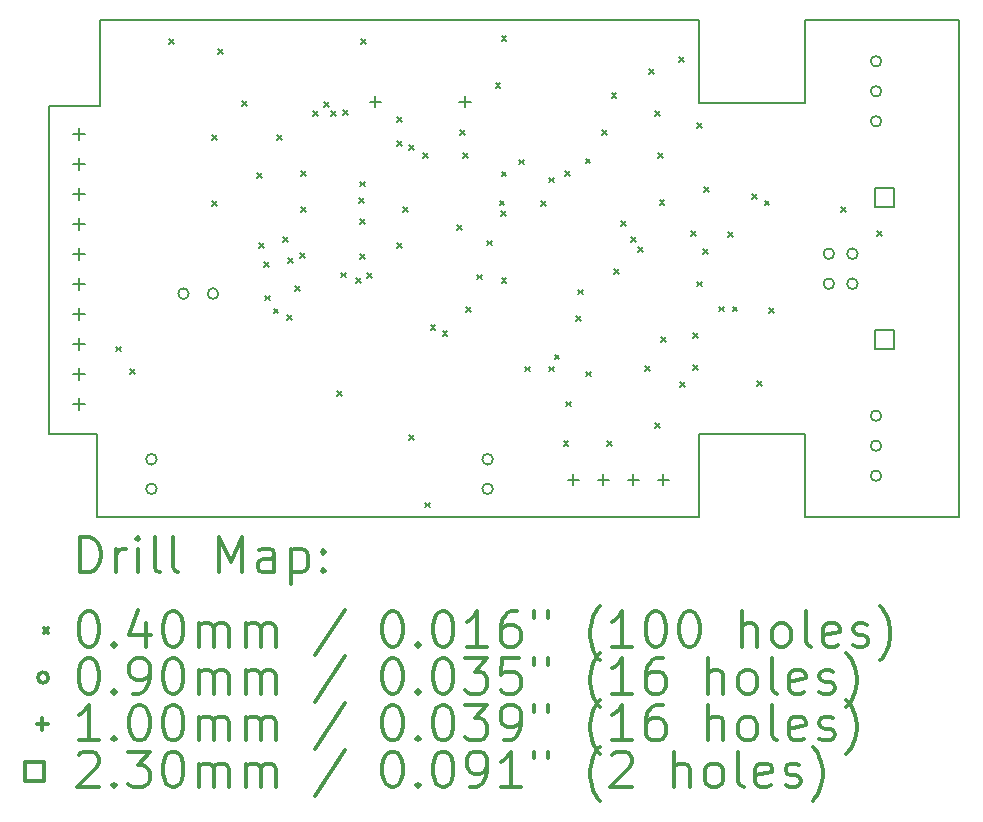
<source format=gbr>
%FSLAX45Y45*%
G04 Gerber Fmt 4.5, Leading zero omitted, Abs format (unit mm)*
G04 Created by KiCad (PCBNEW 4.0.7-e2-6376~58~ubuntu16.04.1) date Thu Dec  7 11:47:21 2017*
%MOMM*%
%LPD*%
G01*
G04 APERTURE LIST*
%ADD10C,0.127000*%
%ADD11C,0.150000*%
%ADD12C,0.200000*%
%ADD13C,0.300000*%
G04 APERTURE END LIST*
D10*
D11*
X17100000Y-8700000D02*
X17100000Y-8000000D01*
X16200000Y-8700000D02*
X17100000Y-8700000D01*
X16200000Y-8000000D02*
X16200000Y-8700000D01*
X17100000Y-11500000D02*
X17100000Y-12200000D01*
X16200000Y-11500000D02*
X17100000Y-11500000D01*
X16200000Y-12200000D02*
X16200000Y-11500000D01*
X11100000Y-11500000D02*
X11100000Y-12200000D01*
X10700000Y-11500000D02*
X11100000Y-11500000D01*
X11130000Y-8720000D02*
X10700000Y-8720000D01*
X11130000Y-8000000D02*
X11130000Y-8720000D01*
X17100000Y-8000000D02*
X18400000Y-8000000D01*
X16200000Y-12200000D02*
X11100000Y-12200000D01*
X10700000Y-11500000D02*
X10700000Y-8720000D01*
X18400000Y-12200000D02*
X17100000Y-12200000D01*
X18400000Y-8000000D02*
X18400000Y-12200000D01*
X11130000Y-8000000D02*
X16200000Y-8000000D01*
D12*
X11263251Y-10760948D02*
X11303251Y-10800948D01*
X11303251Y-10760948D02*
X11263251Y-10800948D01*
X11387601Y-10950112D02*
X11427601Y-10990112D01*
X11427601Y-10950112D02*
X11387601Y-10990112D01*
X11714800Y-8158800D02*
X11754800Y-8198800D01*
X11754800Y-8158800D02*
X11714800Y-8198800D01*
X12077100Y-8971600D02*
X12117100Y-9011600D01*
X12117100Y-8971600D02*
X12077100Y-9011600D01*
X12077100Y-9530400D02*
X12117100Y-9570400D01*
X12117100Y-9530400D02*
X12077100Y-9570400D01*
X12131290Y-8243845D02*
X12171290Y-8283845D01*
X12171290Y-8243845D02*
X12131290Y-8283845D01*
X12330000Y-8680000D02*
X12370000Y-8720000D01*
X12370000Y-8680000D02*
X12330000Y-8720000D01*
X12461541Y-9291659D02*
X12501541Y-9331659D01*
X12501541Y-9291659D02*
X12461541Y-9331659D01*
X12476800Y-9886000D02*
X12516800Y-9926000D01*
X12516800Y-9886000D02*
X12476800Y-9926000D01*
X12517386Y-10047883D02*
X12557386Y-10087883D01*
X12557386Y-10047883D02*
X12517386Y-10087883D01*
X12530252Y-10329881D02*
X12570252Y-10369881D01*
X12570252Y-10329881D02*
X12530252Y-10369881D01*
X12599019Y-10440851D02*
X12639019Y-10480851D01*
X12639019Y-10440851D02*
X12599019Y-10480851D01*
X12629200Y-8971600D02*
X12669200Y-9011600D01*
X12669200Y-8971600D02*
X12629200Y-9011600D01*
X12680000Y-9835200D02*
X12720000Y-9875200D01*
X12720000Y-9835200D02*
X12680000Y-9875200D01*
X12714869Y-10492823D02*
X12754869Y-10532823D01*
X12754869Y-10492823D02*
X12714869Y-10532823D01*
X12724974Y-10011652D02*
X12764974Y-10051652D01*
X12764974Y-10011652D02*
X12724974Y-10051652D01*
X12781600Y-10247557D02*
X12821600Y-10287557D01*
X12821600Y-10247557D02*
X12781600Y-10287557D01*
X12825882Y-9969701D02*
X12865882Y-10009701D01*
X12865882Y-9969701D02*
X12825882Y-10009701D01*
X12832400Y-9276400D02*
X12872400Y-9316400D01*
X12872400Y-9276400D02*
X12832400Y-9316400D01*
X12832400Y-9581200D02*
X12872400Y-9621200D01*
X12872400Y-9581200D02*
X12832400Y-9621200D01*
X12934000Y-8768400D02*
X12974000Y-8808400D01*
X12974000Y-8768400D02*
X12934000Y-8808400D01*
X13030000Y-8688500D02*
X13070000Y-8728500D01*
X13070000Y-8688500D02*
X13030000Y-8728500D01*
X13086400Y-8768400D02*
X13126400Y-8808400D01*
X13126400Y-8768400D02*
X13086400Y-8808400D01*
X13137200Y-11138600D02*
X13177200Y-11178600D01*
X13177200Y-11138600D02*
X13137200Y-11178600D01*
X13168742Y-10135159D02*
X13208742Y-10175159D01*
X13208742Y-10135159D02*
X13168742Y-10175159D01*
X13190540Y-8761288D02*
X13230540Y-8801288D01*
X13230540Y-8761288D02*
X13190540Y-8801288D01*
X13297650Y-10182750D02*
X13337650Y-10222750D01*
X13337650Y-10182750D02*
X13297650Y-10222750D01*
X13323920Y-9503110D02*
X13363920Y-9543110D01*
X13363920Y-9503110D02*
X13323920Y-9543110D01*
X13330000Y-9680000D02*
X13370000Y-9720000D01*
X13370000Y-9680000D02*
X13330000Y-9720000D01*
X13332493Y-9363594D02*
X13372493Y-9403594D01*
X13372493Y-9363594D02*
X13332493Y-9403594D01*
X13333451Y-9978286D02*
X13373451Y-10018286D01*
X13373451Y-9978286D02*
X13333451Y-10018286D01*
X13340400Y-8158800D02*
X13380400Y-8198800D01*
X13380400Y-8158800D02*
X13340400Y-8198800D01*
X13391200Y-10140000D02*
X13431200Y-10180000D01*
X13431200Y-10140000D02*
X13391200Y-10180000D01*
X13645200Y-8819200D02*
X13685200Y-8859200D01*
X13685200Y-8819200D02*
X13645200Y-8859200D01*
X13645200Y-9022400D02*
X13685200Y-9062400D01*
X13685200Y-9022400D02*
X13645200Y-9062400D01*
X13645200Y-9886100D02*
X13685200Y-9926100D01*
X13685200Y-9886100D02*
X13645200Y-9926100D01*
X13696000Y-9581100D02*
X13736000Y-9621100D01*
X13736000Y-9581100D02*
X13696000Y-9621100D01*
X13746800Y-11511600D02*
X13786800Y-11551600D01*
X13786800Y-11511600D02*
X13746800Y-11551600D01*
X13747175Y-9052919D02*
X13787175Y-9092919D01*
X13787175Y-9052919D02*
X13747175Y-9092919D01*
X13864248Y-9124723D02*
X13904248Y-9164723D01*
X13904248Y-9124723D02*
X13864248Y-9164723D01*
X13880454Y-12082018D02*
X13920454Y-12122018D01*
X13920454Y-12082018D02*
X13880454Y-12122018D01*
X13929377Y-10580610D02*
X13969377Y-10620610D01*
X13969377Y-10580610D02*
X13929377Y-10620610D01*
X14030000Y-10630000D02*
X14070000Y-10670000D01*
X14070000Y-10630000D02*
X14030000Y-10670000D01*
X14153200Y-9733600D02*
X14193200Y-9773600D01*
X14193200Y-9733600D02*
X14153200Y-9773600D01*
X14180000Y-8930000D02*
X14220000Y-8970000D01*
X14220000Y-8930000D02*
X14180000Y-8970000D01*
X14204000Y-9123999D02*
X14244000Y-9163999D01*
X14244000Y-9123999D02*
X14204000Y-9163999D01*
X14230000Y-10430000D02*
X14270000Y-10470000D01*
X14270000Y-10430000D02*
X14230000Y-10470000D01*
X14321735Y-10151792D02*
X14361735Y-10191792D01*
X14361735Y-10151792D02*
X14321735Y-10191792D01*
X14410048Y-9863329D02*
X14450048Y-9903329D01*
X14450048Y-9863329D02*
X14410048Y-9903329D01*
X14480000Y-8530000D02*
X14520000Y-8570000D01*
X14520000Y-8530000D02*
X14480000Y-8570000D01*
X14512708Y-9526492D02*
X14552708Y-9566492D01*
X14552708Y-9526492D02*
X14512708Y-9566492D01*
X14528152Y-9612648D02*
X14568152Y-9652648D01*
X14568152Y-9612648D02*
X14528152Y-9652648D01*
X14530000Y-8130000D02*
X14570000Y-8170000D01*
X14570000Y-8130000D02*
X14530000Y-8170000D01*
X14530000Y-10180000D02*
X14570000Y-10220000D01*
X14570000Y-10180000D02*
X14530000Y-10220000D01*
X14530046Y-9280024D02*
X14570046Y-9320024D01*
X14570046Y-9280024D02*
X14530046Y-9320024D01*
X14680211Y-9179366D02*
X14720211Y-9219366D01*
X14720211Y-9179366D02*
X14680211Y-9219366D01*
X14730075Y-10930001D02*
X14770075Y-10970001D01*
X14770075Y-10930001D02*
X14730075Y-10970001D01*
X14864400Y-9530400D02*
X14904400Y-9570400D01*
X14904400Y-9530400D02*
X14864400Y-9570400D01*
X14930000Y-9330000D02*
X14970000Y-9370000D01*
X14970000Y-9330000D02*
X14930000Y-9370000D01*
X14930101Y-10930545D02*
X14970101Y-10970545D01*
X14970101Y-10930545D02*
X14930101Y-10970545D01*
X14980000Y-10830000D02*
X15020000Y-10870000D01*
X15020000Y-10830000D02*
X14980000Y-10870000D01*
X15054615Y-11562616D02*
X15094615Y-11602616D01*
X15094615Y-11562616D02*
X15054615Y-11602616D01*
X15067600Y-9276400D02*
X15107600Y-9316400D01*
X15107600Y-9276400D02*
X15067600Y-9316400D01*
X15079279Y-11227028D02*
X15119279Y-11267028D01*
X15119279Y-11227028D02*
X15079279Y-11267028D01*
X15163493Y-10502839D02*
X15203493Y-10542839D01*
X15203493Y-10502839D02*
X15163493Y-10542839D01*
X15180000Y-10280000D02*
X15220000Y-10320000D01*
X15220000Y-10280000D02*
X15180000Y-10320000D01*
X15240369Y-9170719D02*
X15280369Y-9210719D01*
X15280369Y-9170719D02*
X15240369Y-9210719D01*
X15246024Y-10973823D02*
X15286024Y-11013823D01*
X15286024Y-10973823D02*
X15246024Y-11013823D01*
X15380000Y-8930000D02*
X15420000Y-8970000D01*
X15420000Y-8930000D02*
X15380000Y-8970000D01*
X15421405Y-11559930D02*
X15461405Y-11599930D01*
X15461405Y-11559930D02*
X15421405Y-11599930D01*
X15462500Y-8616000D02*
X15502500Y-8656000D01*
X15502500Y-8616000D02*
X15462500Y-8656000D01*
X15480046Y-10103446D02*
X15520046Y-10143446D01*
X15520046Y-10103446D02*
X15480046Y-10143446D01*
X15539915Y-9700133D02*
X15579915Y-9740133D01*
X15579915Y-9700133D02*
X15539915Y-9740133D01*
X15626400Y-9835200D02*
X15666400Y-9875200D01*
X15666400Y-9835200D02*
X15626400Y-9875200D01*
X15685425Y-9920399D02*
X15725425Y-9960399D01*
X15725425Y-9920399D02*
X15685425Y-9960399D01*
X15746338Y-10928926D02*
X15786338Y-10968926D01*
X15786338Y-10928926D02*
X15746338Y-10968926D01*
X15778800Y-8412800D02*
X15818800Y-8452800D01*
X15818800Y-8412800D02*
X15778800Y-8452800D01*
X15829600Y-8768400D02*
X15869600Y-8808400D01*
X15869600Y-8768400D02*
X15829600Y-8808400D01*
X15829600Y-11410000D02*
X15869600Y-11450000D01*
X15869600Y-11410000D02*
X15829600Y-11450000D01*
X15856000Y-9124000D02*
X15896000Y-9164000D01*
X15896000Y-9124000D02*
X15856000Y-9164000D01*
X15868677Y-9518677D02*
X15908677Y-9558677D01*
X15908677Y-9518677D02*
X15868677Y-9558677D01*
X15880000Y-10680000D02*
X15920000Y-10720000D01*
X15920000Y-10680000D02*
X15880000Y-10720000D01*
X16032800Y-8311200D02*
X16072800Y-8351200D01*
X16072800Y-8311200D02*
X16032800Y-8351200D01*
X16038809Y-11060409D02*
X16078809Y-11100409D01*
X16078809Y-11060409D02*
X16038809Y-11100409D01*
X16134400Y-9784400D02*
X16174400Y-9824400D01*
X16174400Y-9784400D02*
X16134400Y-9824400D01*
X16148781Y-10916150D02*
X16188781Y-10956150D01*
X16188781Y-10916150D02*
X16148781Y-10956150D01*
X16150559Y-10650146D02*
X16190559Y-10690146D01*
X16190559Y-10650146D02*
X16150559Y-10690146D01*
X16185200Y-8870000D02*
X16225200Y-8910000D01*
X16225200Y-8870000D02*
X16185200Y-8910000D01*
X16185200Y-10211081D02*
X16225200Y-10251081D01*
X16225200Y-10211081D02*
X16185200Y-10251081D01*
X16236000Y-9936800D02*
X16276000Y-9976800D01*
X16276000Y-9936800D02*
X16236000Y-9976800D01*
X16245506Y-9412181D02*
X16285506Y-9452181D01*
X16285506Y-9412181D02*
X16245506Y-9452181D01*
X16370906Y-10424004D02*
X16410906Y-10464004D01*
X16410906Y-10424004D02*
X16370906Y-10464004D01*
X16449305Y-9792837D02*
X16489305Y-9832837D01*
X16489305Y-9792837D02*
X16449305Y-9832837D01*
X16486537Y-10423115D02*
X16526537Y-10463115D01*
X16526537Y-10423115D02*
X16486537Y-10463115D01*
X16652882Y-9470951D02*
X16692882Y-9510951D01*
X16692882Y-9470951D02*
X16652882Y-9510951D01*
X16693200Y-11054400D02*
X16733200Y-11094400D01*
X16733200Y-11054400D02*
X16693200Y-11094400D01*
X16755844Y-9526300D02*
X16795845Y-9566300D01*
X16795845Y-9526300D02*
X16755844Y-9566300D01*
X16794800Y-10438100D02*
X16834800Y-10478100D01*
X16834800Y-10438100D02*
X16794800Y-10478100D01*
X17404400Y-9581200D02*
X17444400Y-9621200D01*
X17444400Y-9581200D02*
X17404400Y-9621200D01*
X17709200Y-9784400D02*
X17749200Y-9824400D01*
X17749200Y-9784400D02*
X17709200Y-9824400D01*
X11609800Y-11715200D02*
G75*
G03X11609800Y-11715200I-45000J0D01*
G01*
X11609800Y-11965200D02*
G75*
G03X11609800Y-11965200I-45000J0D01*
G01*
X11881400Y-10312400D02*
G75*
G03X11881400Y-10312400I-45000J0D01*
G01*
X12131400Y-10312400D02*
G75*
G03X12131400Y-10312400I-45000J0D01*
G01*
X14456200Y-11715200D02*
G75*
G03X14456200Y-11715200I-45000J0D01*
G01*
X14456200Y-11965200D02*
G75*
G03X14456200Y-11965200I-45000J0D01*
G01*
X17345000Y-9975000D02*
G75*
G03X17345000Y-9975000I-45000J0D01*
G01*
X17345000Y-10229000D02*
G75*
G03X17345000Y-10229000I-45000J0D01*
G01*
X17545000Y-9975000D02*
G75*
G03X17545000Y-9975000I-45000J0D01*
G01*
X17545000Y-10229000D02*
G75*
G03X17545000Y-10229000I-45000J0D01*
G01*
X17745000Y-8346000D02*
G75*
G03X17745000Y-8346000I-45000J0D01*
G01*
X17745000Y-8600000D02*
G75*
G03X17745000Y-8600000I-45000J0D01*
G01*
X17745000Y-8854000D02*
G75*
G03X17745000Y-8854000I-45000J0D01*
G01*
X17745000Y-11346000D02*
G75*
G03X17745000Y-11346000I-45000J0D01*
G01*
X17745000Y-11600000D02*
G75*
G03X17745000Y-11600000I-45000J0D01*
G01*
X17745000Y-11854000D02*
G75*
G03X17745000Y-11854000I-45000J0D01*
G01*
X10950000Y-8910000D02*
X10950000Y-9010000D01*
X10900000Y-8960000D02*
X11000000Y-8960000D01*
X10950000Y-9164000D02*
X10950000Y-9264000D01*
X10900000Y-9214000D02*
X11000000Y-9214000D01*
X10950000Y-9418000D02*
X10950000Y-9518000D01*
X10900000Y-9468000D02*
X11000000Y-9468000D01*
X10950000Y-9672000D02*
X10950000Y-9772000D01*
X10900000Y-9722000D02*
X11000000Y-9722000D01*
X10950000Y-9926000D02*
X10950000Y-10026000D01*
X10900000Y-9976000D02*
X11000000Y-9976000D01*
X10950000Y-10180000D02*
X10950000Y-10280000D01*
X10900000Y-10230000D02*
X11000000Y-10230000D01*
X10950000Y-10434000D02*
X10950000Y-10534000D01*
X10900000Y-10484000D02*
X11000000Y-10484000D01*
X10950000Y-10688000D02*
X10950000Y-10788000D01*
X10900000Y-10738000D02*
X11000000Y-10738000D01*
X10950000Y-10942000D02*
X10950000Y-11042000D01*
X10900000Y-10992000D02*
X11000000Y-10992000D01*
X10950000Y-11196000D02*
X10950000Y-11296000D01*
X10900000Y-11246000D02*
X11000000Y-11246000D01*
X13462000Y-8636800D02*
X13462000Y-8736800D01*
X13412000Y-8686800D02*
X13512000Y-8686800D01*
X14222000Y-8636800D02*
X14222000Y-8736800D01*
X14172000Y-8686800D02*
X14272000Y-8686800D01*
X15138400Y-11837200D02*
X15138400Y-11937200D01*
X15088400Y-11887200D02*
X15188400Y-11887200D01*
X15392400Y-11837200D02*
X15392400Y-11937200D01*
X15342400Y-11887200D02*
X15442400Y-11887200D01*
X15646400Y-11837200D02*
X15646400Y-11937200D01*
X15596400Y-11887200D02*
X15696400Y-11887200D01*
X15900400Y-11837200D02*
X15900400Y-11937200D01*
X15850400Y-11887200D02*
X15950400Y-11887200D01*
X17851318Y-9583318D02*
X17851318Y-9420682D01*
X17688682Y-9420682D01*
X17688682Y-9583318D01*
X17851318Y-9583318D01*
X17851318Y-10783318D02*
X17851318Y-10620682D01*
X17688682Y-10620682D01*
X17688682Y-10783318D01*
X17851318Y-10783318D01*
D13*
X10963929Y-12673214D02*
X10963929Y-12373214D01*
X11035357Y-12373214D01*
X11078214Y-12387500D01*
X11106786Y-12416071D01*
X11121071Y-12444643D01*
X11135357Y-12501786D01*
X11135357Y-12544643D01*
X11121071Y-12601786D01*
X11106786Y-12630357D01*
X11078214Y-12658929D01*
X11035357Y-12673214D01*
X10963929Y-12673214D01*
X11263928Y-12673214D02*
X11263928Y-12473214D01*
X11263928Y-12530357D02*
X11278214Y-12501786D01*
X11292500Y-12487500D01*
X11321071Y-12473214D01*
X11349643Y-12473214D01*
X11449643Y-12673214D02*
X11449643Y-12473214D01*
X11449643Y-12373214D02*
X11435357Y-12387500D01*
X11449643Y-12401786D01*
X11463928Y-12387500D01*
X11449643Y-12373214D01*
X11449643Y-12401786D01*
X11635357Y-12673214D02*
X11606786Y-12658929D01*
X11592500Y-12630357D01*
X11592500Y-12373214D01*
X11792500Y-12673214D02*
X11763928Y-12658929D01*
X11749643Y-12630357D01*
X11749643Y-12373214D01*
X12135357Y-12673214D02*
X12135357Y-12373214D01*
X12235357Y-12587500D01*
X12335357Y-12373214D01*
X12335357Y-12673214D01*
X12606786Y-12673214D02*
X12606786Y-12516071D01*
X12592500Y-12487500D01*
X12563928Y-12473214D01*
X12506786Y-12473214D01*
X12478214Y-12487500D01*
X12606786Y-12658929D02*
X12578214Y-12673214D01*
X12506786Y-12673214D01*
X12478214Y-12658929D01*
X12463928Y-12630357D01*
X12463928Y-12601786D01*
X12478214Y-12573214D01*
X12506786Y-12558929D01*
X12578214Y-12558929D01*
X12606786Y-12544643D01*
X12749643Y-12473214D02*
X12749643Y-12773214D01*
X12749643Y-12487500D02*
X12778214Y-12473214D01*
X12835357Y-12473214D01*
X12863928Y-12487500D01*
X12878214Y-12501786D01*
X12892500Y-12530357D01*
X12892500Y-12616071D01*
X12878214Y-12644643D01*
X12863928Y-12658929D01*
X12835357Y-12673214D01*
X12778214Y-12673214D01*
X12749643Y-12658929D01*
X13021071Y-12644643D02*
X13035357Y-12658929D01*
X13021071Y-12673214D01*
X13006786Y-12658929D01*
X13021071Y-12644643D01*
X13021071Y-12673214D01*
X13021071Y-12487500D02*
X13035357Y-12501786D01*
X13021071Y-12516071D01*
X13006786Y-12501786D01*
X13021071Y-12487500D01*
X13021071Y-12516071D01*
X10652500Y-13147500D02*
X10692500Y-13187500D01*
X10692500Y-13147500D02*
X10652500Y-13187500D01*
X11021071Y-13003214D02*
X11049643Y-13003214D01*
X11078214Y-13017500D01*
X11092500Y-13031786D01*
X11106786Y-13060357D01*
X11121071Y-13117500D01*
X11121071Y-13188929D01*
X11106786Y-13246071D01*
X11092500Y-13274643D01*
X11078214Y-13288929D01*
X11049643Y-13303214D01*
X11021071Y-13303214D01*
X10992500Y-13288929D01*
X10978214Y-13274643D01*
X10963929Y-13246071D01*
X10949643Y-13188929D01*
X10949643Y-13117500D01*
X10963929Y-13060357D01*
X10978214Y-13031786D01*
X10992500Y-13017500D01*
X11021071Y-13003214D01*
X11249643Y-13274643D02*
X11263928Y-13288929D01*
X11249643Y-13303214D01*
X11235357Y-13288929D01*
X11249643Y-13274643D01*
X11249643Y-13303214D01*
X11521071Y-13103214D02*
X11521071Y-13303214D01*
X11449643Y-12988929D02*
X11378214Y-13203214D01*
X11563928Y-13203214D01*
X11735357Y-13003214D02*
X11763928Y-13003214D01*
X11792500Y-13017500D01*
X11806786Y-13031786D01*
X11821071Y-13060357D01*
X11835357Y-13117500D01*
X11835357Y-13188929D01*
X11821071Y-13246071D01*
X11806786Y-13274643D01*
X11792500Y-13288929D01*
X11763928Y-13303214D01*
X11735357Y-13303214D01*
X11706786Y-13288929D01*
X11692500Y-13274643D01*
X11678214Y-13246071D01*
X11663928Y-13188929D01*
X11663928Y-13117500D01*
X11678214Y-13060357D01*
X11692500Y-13031786D01*
X11706786Y-13017500D01*
X11735357Y-13003214D01*
X11963928Y-13303214D02*
X11963928Y-13103214D01*
X11963928Y-13131786D02*
X11978214Y-13117500D01*
X12006786Y-13103214D01*
X12049643Y-13103214D01*
X12078214Y-13117500D01*
X12092500Y-13146071D01*
X12092500Y-13303214D01*
X12092500Y-13146071D02*
X12106786Y-13117500D01*
X12135357Y-13103214D01*
X12178214Y-13103214D01*
X12206786Y-13117500D01*
X12221071Y-13146071D01*
X12221071Y-13303214D01*
X12363928Y-13303214D02*
X12363928Y-13103214D01*
X12363928Y-13131786D02*
X12378214Y-13117500D01*
X12406786Y-13103214D01*
X12449643Y-13103214D01*
X12478214Y-13117500D01*
X12492500Y-13146071D01*
X12492500Y-13303214D01*
X12492500Y-13146071D02*
X12506786Y-13117500D01*
X12535357Y-13103214D01*
X12578214Y-13103214D01*
X12606786Y-13117500D01*
X12621071Y-13146071D01*
X12621071Y-13303214D01*
X13206786Y-12988929D02*
X12949643Y-13374643D01*
X13592500Y-13003214D02*
X13621071Y-13003214D01*
X13649643Y-13017500D01*
X13663928Y-13031786D01*
X13678214Y-13060357D01*
X13692500Y-13117500D01*
X13692500Y-13188929D01*
X13678214Y-13246071D01*
X13663928Y-13274643D01*
X13649643Y-13288929D01*
X13621071Y-13303214D01*
X13592500Y-13303214D01*
X13563928Y-13288929D01*
X13549643Y-13274643D01*
X13535357Y-13246071D01*
X13521071Y-13188929D01*
X13521071Y-13117500D01*
X13535357Y-13060357D01*
X13549643Y-13031786D01*
X13563928Y-13017500D01*
X13592500Y-13003214D01*
X13821071Y-13274643D02*
X13835357Y-13288929D01*
X13821071Y-13303214D01*
X13806786Y-13288929D01*
X13821071Y-13274643D01*
X13821071Y-13303214D01*
X14021071Y-13003214D02*
X14049643Y-13003214D01*
X14078214Y-13017500D01*
X14092500Y-13031786D01*
X14106785Y-13060357D01*
X14121071Y-13117500D01*
X14121071Y-13188929D01*
X14106785Y-13246071D01*
X14092500Y-13274643D01*
X14078214Y-13288929D01*
X14049643Y-13303214D01*
X14021071Y-13303214D01*
X13992500Y-13288929D01*
X13978214Y-13274643D01*
X13963928Y-13246071D01*
X13949643Y-13188929D01*
X13949643Y-13117500D01*
X13963928Y-13060357D01*
X13978214Y-13031786D01*
X13992500Y-13017500D01*
X14021071Y-13003214D01*
X14406785Y-13303214D02*
X14235357Y-13303214D01*
X14321071Y-13303214D02*
X14321071Y-13003214D01*
X14292500Y-13046071D01*
X14263928Y-13074643D01*
X14235357Y-13088929D01*
X14663928Y-13003214D02*
X14606785Y-13003214D01*
X14578214Y-13017500D01*
X14563928Y-13031786D01*
X14535357Y-13074643D01*
X14521071Y-13131786D01*
X14521071Y-13246071D01*
X14535357Y-13274643D01*
X14549643Y-13288929D01*
X14578214Y-13303214D01*
X14635357Y-13303214D01*
X14663928Y-13288929D01*
X14678214Y-13274643D01*
X14692500Y-13246071D01*
X14692500Y-13174643D01*
X14678214Y-13146071D01*
X14663928Y-13131786D01*
X14635357Y-13117500D01*
X14578214Y-13117500D01*
X14549643Y-13131786D01*
X14535357Y-13146071D01*
X14521071Y-13174643D01*
X14806786Y-13003214D02*
X14806786Y-13060357D01*
X14921071Y-13003214D02*
X14921071Y-13060357D01*
X15363928Y-13417500D02*
X15349643Y-13403214D01*
X15321071Y-13360357D01*
X15306785Y-13331786D01*
X15292500Y-13288929D01*
X15278214Y-13217500D01*
X15278214Y-13160357D01*
X15292500Y-13088929D01*
X15306785Y-13046071D01*
X15321071Y-13017500D01*
X15349643Y-12974643D01*
X15363928Y-12960357D01*
X15635357Y-13303214D02*
X15463928Y-13303214D01*
X15549643Y-13303214D02*
X15549643Y-13003214D01*
X15521071Y-13046071D01*
X15492500Y-13074643D01*
X15463928Y-13088929D01*
X15821071Y-13003214D02*
X15849643Y-13003214D01*
X15878214Y-13017500D01*
X15892500Y-13031786D01*
X15906785Y-13060357D01*
X15921071Y-13117500D01*
X15921071Y-13188929D01*
X15906785Y-13246071D01*
X15892500Y-13274643D01*
X15878214Y-13288929D01*
X15849643Y-13303214D01*
X15821071Y-13303214D01*
X15792500Y-13288929D01*
X15778214Y-13274643D01*
X15763928Y-13246071D01*
X15749643Y-13188929D01*
X15749643Y-13117500D01*
X15763928Y-13060357D01*
X15778214Y-13031786D01*
X15792500Y-13017500D01*
X15821071Y-13003214D01*
X16106785Y-13003214D02*
X16135357Y-13003214D01*
X16163928Y-13017500D01*
X16178214Y-13031786D01*
X16192500Y-13060357D01*
X16206785Y-13117500D01*
X16206785Y-13188929D01*
X16192500Y-13246071D01*
X16178214Y-13274643D01*
X16163928Y-13288929D01*
X16135357Y-13303214D01*
X16106785Y-13303214D01*
X16078214Y-13288929D01*
X16063928Y-13274643D01*
X16049643Y-13246071D01*
X16035357Y-13188929D01*
X16035357Y-13117500D01*
X16049643Y-13060357D01*
X16063928Y-13031786D01*
X16078214Y-13017500D01*
X16106785Y-13003214D01*
X16563928Y-13303214D02*
X16563928Y-13003214D01*
X16692500Y-13303214D02*
X16692500Y-13146071D01*
X16678214Y-13117500D01*
X16649643Y-13103214D01*
X16606785Y-13103214D01*
X16578214Y-13117500D01*
X16563928Y-13131786D01*
X16878214Y-13303214D02*
X16849643Y-13288929D01*
X16835357Y-13274643D01*
X16821071Y-13246071D01*
X16821071Y-13160357D01*
X16835357Y-13131786D01*
X16849643Y-13117500D01*
X16878214Y-13103214D01*
X16921071Y-13103214D01*
X16949643Y-13117500D01*
X16963928Y-13131786D01*
X16978214Y-13160357D01*
X16978214Y-13246071D01*
X16963928Y-13274643D01*
X16949643Y-13288929D01*
X16921071Y-13303214D01*
X16878214Y-13303214D01*
X17149643Y-13303214D02*
X17121071Y-13288929D01*
X17106786Y-13260357D01*
X17106786Y-13003214D01*
X17378214Y-13288929D02*
X17349643Y-13303214D01*
X17292500Y-13303214D01*
X17263929Y-13288929D01*
X17249643Y-13260357D01*
X17249643Y-13146071D01*
X17263929Y-13117500D01*
X17292500Y-13103214D01*
X17349643Y-13103214D01*
X17378214Y-13117500D01*
X17392500Y-13146071D01*
X17392500Y-13174643D01*
X17249643Y-13203214D01*
X17506786Y-13288929D02*
X17535357Y-13303214D01*
X17592500Y-13303214D01*
X17621071Y-13288929D01*
X17635357Y-13260357D01*
X17635357Y-13246071D01*
X17621071Y-13217500D01*
X17592500Y-13203214D01*
X17549643Y-13203214D01*
X17521071Y-13188929D01*
X17506786Y-13160357D01*
X17506786Y-13146071D01*
X17521071Y-13117500D01*
X17549643Y-13103214D01*
X17592500Y-13103214D01*
X17621071Y-13117500D01*
X17735357Y-13417500D02*
X17749643Y-13403214D01*
X17778214Y-13360357D01*
X17792500Y-13331786D01*
X17806786Y-13288929D01*
X17821071Y-13217500D01*
X17821071Y-13160357D01*
X17806786Y-13088929D01*
X17792500Y-13046071D01*
X17778214Y-13017500D01*
X17749643Y-12974643D01*
X17735357Y-12960357D01*
X10692500Y-13563500D02*
G75*
G03X10692500Y-13563500I-45000J0D01*
G01*
X11021071Y-13399214D02*
X11049643Y-13399214D01*
X11078214Y-13413500D01*
X11092500Y-13427786D01*
X11106786Y-13456357D01*
X11121071Y-13513500D01*
X11121071Y-13584929D01*
X11106786Y-13642071D01*
X11092500Y-13670643D01*
X11078214Y-13684929D01*
X11049643Y-13699214D01*
X11021071Y-13699214D01*
X10992500Y-13684929D01*
X10978214Y-13670643D01*
X10963929Y-13642071D01*
X10949643Y-13584929D01*
X10949643Y-13513500D01*
X10963929Y-13456357D01*
X10978214Y-13427786D01*
X10992500Y-13413500D01*
X11021071Y-13399214D01*
X11249643Y-13670643D02*
X11263928Y-13684929D01*
X11249643Y-13699214D01*
X11235357Y-13684929D01*
X11249643Y-13670643D01*
X11249643Y-13699214D01*
X11406786Y-13699214D02*
X11463928Y-13699214D01*
X11492500Y-13684929D01*
X11506786Y-13670643D01*
X11535357Y-13627786D01*
X11549643Y-13570643D01*
X11549643Y-13456357D01*
X11535357Y-13427786D01*
X11521071Y-13413500D01*
X11492500Y-13399214D01*
X11435357Y-13399214D01*
X11406786Y-13413500D01*
X11392500Y-13427786D01*
X11378214Y-13456357D01*
X11378214Y-13527786D01*
X11392500Y-13556357D01*
X11406786Y-13570643D01*
X11435357Y-13584929D01*
X11492500Y-13584929D01*
X11521071Y-13570643D01*
X11535357Y-13556357D01*
X11549643Y-13527786D01*
X11735357Y-13399214D02*
X11763928Y-13399214D01*
X11792500Y-13413500D01*
X11806786Y-13427786D01*
X11821071Y-13456357D01*
X11835357Y-13513500D01*
X11835357Y-13584929D01*
X11821071Y-13642071D01*
X11806786Y-13670643D01*
X11792500Y-13684929D01*
X11763928Y-13699214D01*
X11735357Y-13699214D01*
X11706786Y-13684929D01*
X11692500Y-13670643D01*
X11678214Y-13642071D01*
X11663928Y-13584929D01*
X11663928Y-13513500D01*
X11678214Y-13456357D01*
X11692500Y-13427786D01*
X11706786Y-13413500D01*
X11735357Y-13399214D01*
X11963928Y-13699214D02*
X11963928Y-13499214D01*
X11963928Y-13527786D02*
X11978214Y-13513500D01*
X12006786Y-13499214D01*
X12049643Y-13499214D01*
X12078214Y-13513500D01*
X12092500Y-13542071D01*
X12092500Y-13699214D01*
X12092500Y-13542071D02*
X12106786Y-13513500D01*
X12135357Y-13499214D01*
X12178214Y-13499214D01*
X12206786Y-13513500D01*
X12221071Y-13542071D01*
X12221071Y-13699214D01*
X12363928Y-13699214D02*
X12363928Y-13499214D01*
X12363928Y-13527786D02*
X12378214Y-13513500D01*
X12406786Y-13499214D01*
X12449643Y-13499214D01*
X12478214Y-13513500D01*
X12492500Y-13542071D01*
X12492500Y-13699214D01*
X12492500Y-13542071D02*
X12506786Y-13513500D01*
X12535357Y-13499214D01*
X12578214Y-13499214D01*
X12606786Y-13513500D01*
X12621071Y-13542071D01*
X12621071Y-13699214D01*
X13206786Y-13384929D02*
X12949643Y-13770643D01*
X13592500Y-13399214D02*
X13621071Y-13399214D01*
X13649643Y-13413500D01*
X13663928Y-13427786D01*
X13678214Y-13456357D01*
X13692500Y-13513500D01*
X13692500Y-13584929D01*
X13678214Y-13642071D01*
X13663928Y-13670643D01*
X13649643Y-13684929D01*
X13621071Y-13699214D01*
X13592500Y-13699214D01*
X13563928Y-13684929D01*
X13549643Y-13670643D01*
X13535357Y-13642071D01*
X13521071Y-13584929D01*
X13521071Y-13513500D01*
X13535357Y-13456357D01*
X13549643Y-13427786D01*
X13563928Y-13413500D01*
X13592500Y-13399214D01*
X13821071Y-13670643D02*
X13835357Y-13684929D01*
X13821071Y-13699214D01*
X13806786Y-13684929D01*
X13821071Y-13670643D01*
X13821071Y-13699214D01*
X14021071Y-13399214D02*
X14049643Y-13399214D01*
X14078214Y-13413500D01*
X14092500Y-13427786D01*
X14106785Y-13456357D01*
X14121071Y-13513500D01*
X14121071Y-13584929D01*
X14106785Y-13642071D01*
X14092500Y-13670643D01*
X14078214Y-13684929D01*
X14049643Y-13699214D01*
X14021071Y-13699214D01*
X13992500Y-13684929D01*
X13978214Y-13670643D01*
X13963928Y-13642071D01*
X13949643Y-13584929D01*
X13949643Y-13513500D01*
X13963928Y-13456357D01*
X13978214Y-13427786D01*
X13992500Y-13413500D01*
X14021071Y-13399214D01*
X14221071Y-13399214D02*
X14406785Y-13399214D01*
X14306785Y-13513500D01*
X14349643Y-13513500D01*
X14378214Y-13527786D01*
X14392500Y-13542071D01*
X14406785Y-13570643D01*
X14406785Y-13642071D01*
X14392500Y-13670643D01*
X14378214Y-13684929D01*
X14349643Y-13699214D01*
X14263928Y-13699214D01*
X14235357Y-13684929D01*
X14221071Y-13670643D01*
X14678214Y-13399214D02*
X14535357Y-13399214D01*
X14521071Y-13542071D01*
X14535357Y-13527786D01*
X14563928Y-13513500D01*
X14635357Y-13513500D01*
X14663928Y-13527786D01*
X14678214Y-13542071D01*
X14692500Y-13570643D01*
X14692500Y-13642071D01*
X14678214Y-13670643D01*
X14663928Y-13684929D01*
X14635357Y-13699214D01*
X14563928Y-13699214D01*
X14535357Y-13684929D01*
X14521071Y-13670643D01*
X14806786Y-13399214D02*
X14806786Y-13456357D01*
X14921071Y-13399214D02*
X14921071Y-13456357D01*
X15363928Y-13813500D02*
X15349643Y-13799214D01*
X15321071Y-13756357D01*
X15306785Y-13727786D01*
X15292500Y-13684929D01*
X15278214Y-13613500D01*
X15278214Y-13556357D01*
X15292500Y-13484929D01*
X15306785Y-13442071D01*
X15321071Y-13413500D01*
X15349643Y-13370643D01*
X15363928Y-13356357D01*
X15635357Y-13699214D02*
X15463928Y-13699214D01*
X15549643Y-13699214D02*
X15549643Y-13399214D01*
X15521071Y-13442071D01*
X15492500Y-13470643D01*
X15463928Y-13484929D01*
X15892500Y-13399214D02*
X15835357Y-13399214D01*
X15806785Y-13413500D01*
X15792500Y-13427786D01*
X15763928Y-13470643D01*
X15749643Y-13527786D01*
X15749643Y-13642071D01*
X15763928Y-13670643D01*
X15778214Y-13684929D01*
X15806785Y-13699214D01*
X15863928Y-13699214D01*
X15892500Y-13684929D01*
X15906785Y-13670643D01*
X15921071Y-13642071D01*
X15921071Y-13570643D01*
X15906785Y-13542071D01*
X15892500Y-13527786D01*
X15863928Y-13513500D01*
X15806785Y-13513500D01*
X15778214Y-13527786D01*
X15763928Y-13542071D01*
X15749643Y-13570643D01*
X16278214Y-13699214D02*
X16278214Y-13399214D01*
X16406785Y-13699214D02*
X16406785Y-13542071D01*
X16392500Y-13513500D01*
X16363928Y-13499214D01*
X16321071Y-13499214D01*
X16292500Y-13513500D01*
X16278214Y-13527786D01*
X16592500Y-13699214D02*
X16563928Y-13684929D01*
X16549643Y-13670643D01*
X16535357Y-13642071D01*
X16535357Y-13556357D01*
X16549643Y-13527786D01*
X16563928Y-13513500D01*
X16592500Y-13499214D01*
X16635357Y-13499214D01*
X16663928Y-13513500D01*
X16678214Y-13527786D01*
X16692500Y-13556357D01*
X16692500Y-13642071D01*
X16678214Y-13670643D01*
X16663928Y-13684929D01*
X16635357Y-13699214D01*
X16592500Y-13699214D01*
X16863928Y-13699214D02*
X16835357Y-13684929D01*
X16821071Y-13656357D01*
X16821071Y-13399214D01*
X17092500Y-13684929D02*
X17063929Y-13699214D01*
X17006786Y-13699214D01*
X16978214Y-13684929D01*
X16963929Y-13656357D01*
X16963929Y-13542071D01*
X16978214Y-13513500D01*
X17006786Y-13499214D01*
X17063929Y-13499214D01*
X17092500Y-13513500D01*
X17106786Y-13542071D01*
X17106786Y-13570643D01*
X16963929Y-13599214D01*
X17221071Y-13684929D02*
X17249643Y-13699214D01*
X17306786Y-13699214D01*
X17335357Y-13684929D01*
X17349643Y-13656357D01*
X17349643Y-13642071D01*
X17335357Y-13613500D01*
X17306786Y-13599214D01*
X17263929Y-13599214D01*
X17235357Y-13584929D01*
X17221071Y-13556357D01*
X17221071Y-13542071D01*
X17235357Y-13513500D01*
X17263929Y-13499214D01*
X17306786Y-13499214D01*
X17335357Y-13513500D01*
X17449643Y-13813500D02*
X17463929Y-13799214D01*
X17492500Y-13756357D01*
X17506786Y-13727786D01*
X17521071Y-13684929D01*
X17535357Y-13613500D01*
X17535357Y-13556357D01*
X17521071Y-13484929D01*
X17506786Y-13442071D01*
X17492500Y-13413500D01*
X17463929Y-13370643D01*
X17449643Y-13356357D01*
X10642500Y-13909500D02*
X10642500Y-14009500D01*
X10592500Y-13959500D02*
X10692500Y-13959500D01*
X11121071Y-14095214D02*
X10949643Y-14095214D01*
X11035357Y-14095214D02*
X11035357Y-13795214D01*
X11006786Y-13838071D01*
X10978214Y-13866643D01*
X10949643Y-13880929D01*
X11249643Y-14066643D02*
X11263928Y-14080929D01*
X11249643Y-14095214D01*
X11235357Y-14080929D01*
X11249643Y-14066643D01*
X11249643Y-14095214D01*
X11449643Y-13795214D02*
X11478214Y-13795214D01*
X11506786Y-13809500D01*
X11521071Y-13823786D01*
X11535357Y-13852357D01*
X11549643Y-13909500D01*
X11549643Y-13980929D01*
X11535357Y-14038071D01*
X11521071Y-14066643D01*
X11506786Y-14080929D01*
X11478214Y-14095214D01*
X11449643Y-14095214D01*
X11421071Y-14080929D01*
X11406786Y-14066643D01*
X11392500Y-14038071D01*
X11378214Y-13980929D01*
X11378214Y-13909500D01*
X11392500Y-13852357D01*
X11406786Y-13823786D01*
X11421071Y-13809500D01*
X11449643Y-13795214D01*
X11735357Y-13795214D02*
X11763928Y-13795214D01*
X11792500Y-13809500D01*
X11806786Y-13823786D01*
X11821071Y-13852357D01*
X11835357Y-13909500D01*
X11835357Y-13980929D01*
X11821071Y-14038071D01*
X11806786Y-14066643D01*
X11792500Y-14080929D01*
X11763928Y-14095214D01*
X11735357Y-14095214D01*
X11706786Y-14080929D01*
X11692500Y-14066643D01*
X11678214Y-14038071D01*
X11663928Y-13980929D01*
X11663928Y-13909500D01*
X11678214Y-13852357D01*
X11692500Y-13823786D01*
X11706786Y-13809500D01*
X11735357Y-13795214D01*
X11963928Y-14095214D02*
X11963928Y-13895214D01*
X11963928Y-13923786D02*
X11978214Y-13909500D01*
X12006786Y-13895214D01*
X12049643Y-13895214D01*
X12078214Y-13909500D01*
X12092500Y-13938071D01*
X12092500Y-14095214D01*
X12092500Y-13938071D02*
X12106786Y-13909500D01*
X12135357Y-13895214D01*
X12178214Y-13895214D01*
X12206786Y-13909500D01*
X12221071Y-13938071D01*
X12221071Y-14095214D01*
X12363928Y-14095214D02*
X12363928Y-13895214D01*
X12363928Y-13923786D02*
X12378214Y-13909500D01*
X12406786Y-13895214D01*
X12449643Y-13895214D01*
X12478214Y-13909500D01*
X12492500Y-13938071D01*
X12492500Y-14095214D01*
X12492500Y-13938071D02*
X12506786Y-13909500D01*
X12535357Y-13895214D01*
X12578214Y-13895214D01*
X12606786Y-13909500D01*
X12621071Y-13938071D01*
X12621071Y-14095214D01*
X13206786Y-13780929D02*
X12949643Y-14166643D01*
X13592500Y-13795214D02*
X13621071Y-13795214D01*
X13649643Y-13809500D01*
X13663928Y-13823786D01*
X13678214Y-13852357D01*
X13692500Y-13909500D01*
X13692500Y-13980929D01*
X13678214Y-14038071D01*
X13663928Y-14066643D01*
X13649643Y-14080929D01*
X13621071Y-14095214D01*
X13592500Y-14095214D01*
X13563928Y-14080929D01*
X13549643Y-14066643D01*
X13535357Y-14038071D01*
X13521071Y-13980929D01*
X13521071Y-13909500D01*
X13535357Y-13852357D01*
X13549643Y-13823786D01*
X13563928Y-13809500D01*
X13592500Y-13795214D01*
X13821071Y-14066643D02*
X13835357Y-14080929D01*
X13821071Y-14095214D01*
X13806786Y-14080929D01*
X13821071Y-14066643D01*
X13821071Y-14095214D01*
X14021071Y-13795214D02*
X14049643Y-13795214D01*
X14078214Y-13809500D01*
X14092500Y-13823786D01*
X14106785Y-13852357D01*
X14121071Y-13909500D01*
X14121071Y-13980929D01*
X14106785Y-14038071D01*
X14092500Y-14066643D01*
X14078214Y-14080929D01*
X14049643Y-14095214D01*
X14021071Y-14095214D01*
X13992500Y-14080929D01*
X13978214Y-14066643D01*
X13963928Y-14038071D01*
X13949643Y-13980929D01*
X13949643Y-13909500D01*
X13963928Y-13852357D01*
X13978214Y-13823786D01*
X13992500Y-13809500D01*
X14021071Y-13795214D01*
X14221071Y-13795214D02*
X14406785Y-13795214D01*
X14306785Y-13909500D01*
X14349643Y-13909500D01*
X14378214Y-13923786D01*
X14392500Y-13938071D01*
X14406785Y-13966643D01*
X14406785Y-14038071D01*
X14392500Y-14066643D01*
X14378214Y-14080929D01*
X14349643Y-14095214D01*
X14263928Y-14095214D01*
X14235357Y-14080929D01*
X14221071Y-14066643D01*
X14549643Y-14095214D02*
X14606785Y-14095214D01*
X14635357Y-14080929D01*
X14649643Y-14066643D01*
X14678214Y-14023786D01*
X14692500Y-13966643D01*
X14692500Y-13852357D01*
X14678214Y-13823786D01*
X14663928Y-13809500D01*
X14635357Y-13795214D01*
X14578214Y-13795214D01*
X14549643Y-13809500D01*
X14535357Y-13823786D01*
X14521071Y-13852357D01*
X14521071Y-13923786D01*
X14535357Y-13952357D01*
X14549643Y-13966643D01*
X14578214Y-13980929D01*
X14635357Y-13980929D01*
X14663928Y-13966643D01*
X14678214Y-13952357D01*
X14692500Y-13923786D01*
X14806786Y-13795214D02*
X14806786Y-13852357D01*
X14921071Y-13795214D02*
X14921071Y-13852357D01*
X15363928Y-14209500D02*
X15349643Y-14195214D01*
X15321071Y-14152357D01*
X15306785Y-14123786D01*
X15292500Y-14080929D01*
X15278214Y-14009500D01*
X15278214Y-13952357D01*
X15292500Y-13880929D01*
X15306785Y-13838071D01*
X15321071Y-13809500D01*
X15349643Y-13766643D01*
X15363928Y-13752357D01*
X15635357Y-14095214D02*
X15463928Y-14095214D01*
X15549643Y-14095214D02*
X15549643Y-13795214D01*
X15521071Y-13838071D01*
X15492500Y-13866643D01*
X15463928Y-13880929D01*
X15892500Y-13795214D02*
X15835357Y-13795214D01*
X15806785Y-13809500D01*
X15792500Y-13823786D01*
X15763928Y-13866643D01*
X15749643Y-13923786D01*
X15749643Y-14038071D01*
X15763928Y-14066643D01*
X15778214Y-14080929D01*
X15806785Y-14095214D01*
X15863928Y-14095214D01*
X15892500Y-14080929D01*
X15906785Y-14066643D01*
X15921071Y-14038071D01*
X15921071Y-13966643D01*
X15906785Y-13938071D01*
X15892500Y-13923786D01*
X15863928Y-13909500D01*
X15806785Y-13909500D01*
X15778214Y-13923786D01*
X15763928Y-13938071D01*
X15749643Y-13966643D01*
X16278214Y-14095214D02*
X16278214Y-13795214D01*
X16406785Y-14095214D02*
X16406785Y-13938071D01*
X16392500Y-13909500D01*
X16363928Y-13895214D01*
X16321071Y-13895214D01*
X16292500Y-13909500D01*
X16278214Y-13923786D01*
X16592500Y-14095214D02*
X16563928Y-14080929D01*
X16549643Y-14066643D01*
X16535357Y-14038071D01*
X16535357Y-13952357D01*
X16549643Y-13923786D01*
X16563928Y-13909500D01*
X16592500Y-13895214D01*
X16635357Y-13895214D01*
X16663928Y-13909500D01*
X16678214Y-13923786D01*
X16692500Y-13952357D01*
X16692500Y-14038071D01*
X16678214Y-14066643D01*
X16663928Y-14080929D01*
X16635357Y-14095214D01*
X16592500Y-14095214D01*
X16863928Y-14095214D02*
X16835357Y-14080929D01*
X16821071Y-14052357D01*
X16821071Y-13795214D01*
X17092500Y-14080929D02*
X17063929Y-14095214D01*
X17006786Y-14095214D01*
X16978214Y-14080929D01*
X16963929Y-14052357D01*
X16963929Y-13938071D01*
X16978214Y-13909500D01*
X17006786Y-13895214D01*
X17063929Y-13895214D01*
X17092500Y-13909500D01*
X17106786Y-13938071D01*
X17106786Y-13966643D01*
X16963929Y-13995214D01*
X17221071Y-14080929D02*
X17249643Y-14095214D01*
X17306786Y-14095214D01*
X17335357Y-14080929D01*
X17349643Y-14052357D01*
X17349643Y-14038071D01*
X17335357Y-14009500D01*
X17306786Y-13995214D01*
X17263929Y-13995214D01*
X17235357Y-13980929D01*
X17221071Y-13952357D01*
X17221071Y-13938071D01*
X17235357Y-13909500D01*
X17263929Y-13895214D01*
X17306786Y-13895214D01*
X17335357Y-13909500D01*
X17449643Y-14209500D02*
X17463929Y-14195214D01*
X17492500Y-14152357D01*
X17506786Y-14123786D01*
X17521071Y-14080929D01*
X17535357Y-14009500D01*
X17535357Y-13952357D01*
X17521071Y-13880929D01*
X17506786Y-13838071D01*
X17492500Y-13809500D01*
X17463929Y-13766643D01*
X17449643Y-13752357D01*
X10658818Y-14436818D02*
X10658818Y-14274182D01*
X10496182Y-14274182D01*
X10496182Y-14436818D01*
X10658818Y-14436818D01*
X10949643Y-14219786D02*
X10963929Y-14205500D01*
X10992500Y-14191214D01*
X11063929Y-14191214D01*
X11092500Y-14205500D01*
X11106786Y-14219786D01*
X11121071Y-14248357D01*
X11121071Y-14276929D01*
X11106786Y-14319786D01*
X10935357Y-14491214D01*
X11121071Y-14491214D01*
X11249643Y-14462643D02*
X11263928Y-14476929D01*
X11249643Y-14491214D01*
X11235357Y-14476929D01*
X11249643Y-14462643D01*
X11249643Y-14491214D01*
X11363928Y-14191214D02*
X11549643Y-14191214D01*
X11449643Y-14305500D01*
X11492500Y-14305500D01*
X11521071Y-14319786D01*
X11535357Y-14334071D01*
X11549643Y-14362643D01*
X11549643Y-14434071D01*
X11535357Y-14462643D01*
X11521071Y-14476929D01*
X11492500Y-14491214D01*
X11406786Y-14491214D01*
X11378214Y-14476929D01*
X11363928Y-14462643D01*
X11735357Y-14191214D02*
X11763928Y-14191214D01*
X11792500Y-14205500D01*
X11806786Y-14219786D01*
X11821071Y-14248357D01*
X11835357Y-14305500D01*
X11835357Y-14376929D01*
X11821071Y-14434071D01*
X11806786Y-14462643D01*
X11792500Y-14476929D01*
X11763928Y-14491214D01*
X11735357Y-14491214D01*
X11706786Y-14476929D01*
X11692500Y-14462643D01*
X11678214Y-14434071D01*
X11663928Y-14376929D01*
X11663928Y-14305500D01*
X11678214Y-14248357D01*
X11692500Y-14219786D01*
X11706786Y-14205500D01*
X11735357Y-14191214D01*
X11963928Y-14491214D02*
X11963928Y-14291214D01*
X11963928Y-14319786D02*
X11978214Y-14305500D01*
X12006786Y-14291214D01*
X12049643Y-14291214D01*
X12078214Y-14305500D01*
X12092500Y-14334071D01*
X12092500Y-14491214D01*
X12092500Y-14334071D02*
X12106786Y-14305500D01*
X12135357Y-14291214D01*
X12178214Y-14291214D01*
X12206786Y-14305500D01*
X12221071Y-14334071D01*
X12221071Y-14491214D01*
X12363928Y-14491214D02*
X12363928Y-14291214D01*
X12363928Y-14319786D02*
X12378214Y-14305500D01*
X12406786Y-14291214D01*
X12449643Y-14291214D01*
X12478214Y-14305500D01*
X12492500Y-14334071D01*
X12492500Y-14491214D01*
X12492500Y-14334071D02*
X12506786Y-14305500D01*
X12535357Y-14291214D01*
X12578214Y-14291214D01*
X12606786Y-14305500D01*
X12621071Y-14334071D01*
X12621071Y-14491214D01*
X13206786Y-14176929D02*
X12949643Y-14562643D01*
X13592500Y-14191214D02*
X13621071Y-14191214D01*
X13649643Y-14205500D01*
X13663928Y-14219786D01*
X13678214Y-14248357D01*
X13692500Y-14305500D01*
X13692500Y-14376929D01*
X13678214Y-14434071D01*
X13663928Y-14462643D01*
X13649643Y-14476929D01*
X13621071Y-14491214D01*
X13592500Y-14491214D01*
X13563928Y-14476929D01*
X13549643Y-14462643D01*
X13535357Y-14434071D01*
X13521071Y-14376929D01*
X13521071Y-14305500D01*
X13535357Y-14248357D01*
X13549643Y-14219786D01*
X13563928Y-14205500D01*
X13592500Y-14191214D01*
X13821071Y-14462643D02*
X13835357Y-14476929D01*
X13821071Y-14491214D01*
X13806786Y-14476929D01*
X13821071Y-14462643D01*
X13821071Y-14491214D01*
X14021071Y-14191214D02*
X14049643Y-14191214D01*
X14078214Y-14205500D01*
X14092500Y-14219786D01*
X14106785Y-14248357D01*
X14121071Y-14305500D01*
X14121071Y-14376929D01*
X14106785Y-14434071D01*
X14092500Y-14462643D01*
X14078214Y-14476929D01*
X14049643Y-14491214D01*
X14021071Y-14491214D01*
X13992500Y-14476929D01*
X13978214Y-14462643D01*
X13963928Y-14434071D01*
X13949643Y-14376929D01*
X13949643Y-14305500D01*
X13963928Y-14248357D01*
X13978214Y-14219786D01*
X13992500Y-14205500D01*
X14021071Y-14191214D01*
X14263928Y-14491214D02*
X14321071Y-14491214D01*
X14349643Y-14476929D01*
X14363928Y-14462643D01*
X14392500Y-14419786D01*
X14406785Y-14362643D01*
X14406785Y-14248357D01*
X14392500Y-14219786D01*
X14378214Y-14205500D01*
X14349643Y-14191214D01*
X14292500Y-14191214D01*
X14263928Y-14205500D01*
X14249643Y-14219786D01*
X14235357Y-14248357D01*
X14235357Y-14319786D01*
X14249643Y-14348357D01*
X14263928Y-14362643D01*
X14292500Y-14376929D01*
X14349643Y-14376929D01*
X14378214Y-14362643D01*
X14392500Y-14348357D01*
X14406785Y-14319786D01*
X14692500Y-14491214D02*
X14521071Y-14491214D01*
X14606785Y-14491214D02*
X14606785Y-14191214D01*
X14578214Y-14234071D01*
X14549643Y-14262643D01*
X14521071Y-14276929D01*
X14806786Y-14191214D02*
X14806786Y-14248357D01*
X14921071Y-14191214D02*
X14921071Y-14248357D01*
X15363928Y-14605500D02*
X15349643Y-14591214D01*
X15321071Y-14548357D01*
X15306785Y-14519786D01*
X15292500Y-14476929D01*
X15278214Y-14405500D01*
X15278214Y-14348357D01*
X15292500Y-14276929D01*
X15306785Y-14234071D01*
X15321071Y-14205500D01*
X15349643Y-14162643D01*
X15363928Y-14148357D01*
X15463928Y-14219786D02*
X15478214Y-14205500D01*
X15506785Y-14191214D01*
X15578214Y-14191214D01*
X15606785Y-14205500D01*
X15621071Y-14219786D01*
X15635357Y-14248357D01*
X15635357Y-14276929D01*
X15621071Y-14319786D01*
X15449643Y-14491214D01*
X15635357Y-14491214D01*
X15992500Y-14491214D02*
X15992500Y-14191214D01*
X16121071Y-14491214D02*
X16121071Y-14334071D01*
X16106785Y-14305500D01*
X16078214Y-14291214D01*
X16035357Y-14291214D01*
X16006785Y-14305500D01*
X15992500Y-14319786D01*
X16306785Y-14491214D02*
X16278214Y-14476929D01*
X16263928Y-14462643D01*
X16249643Y-14434071D01*
X16249643Y-14348357D01*
X16263928Y-14319786D01*
X16278214Y-14305500D01*
X16306785Y-14291214D01*
X16349643Y-14291214D01*
X16378214Y-14305500D01*
X16392500Y-14319786D01*
X16406785Y-14348357D01*
X16406785Y-14434071D01*
X16392500Y-14462643D01*
X16378214Y-14476929D01*
X16349643Y-14491214D01*
X16306785Y-14491214D01*
X16578214Y-14491214D02*
X16549643Y-14476929D01*
X16535357Y-14448357D01*
X16535357Y-14191214D01*
X16806786Y-14476929D02*
X16778214Y-14491214D01*
X16721071Y-14491214D01*
X16692500Y-14476929D01*
X16678214Y-14448357D01*
X16678214Y-14334071D01*
X16692500Y-14305500D01*
X16721071Y-14291214D01*
X16778214Y-14291214D01*
X16806786Y-14305500D01*
X16821071Y-14334071D01*
X16821071Y-14362643D01*
X16678214Y-14391214D01*
X16935357Y-14476929D02*
X16963929Y-14491214D01*
X17021071Y-14491214D01*
X17049643Y-14476929D01*
X17063929Y-14448357D01*
X17063929Y-14434071D01*
X17049643Y-14405500D01*
X17021071Y-14391214D01*
X16978214Y-14391214D01*
X16949643Y-14376929D01*
X16935357Y-14348357D01*
X16935357Y-14334071D01*
X16949643Y-14305500D01*
X16978214Y-14291214D01*
X17021071Y-14291214D01*
X17049643Y-14305500D01*
X17163928Y-14605500D02*
X17178214Y-14591214D01*
X17206786Y-14548357D01*
X17221071Y-14519786D01*
X17235357Y-14476929D01*
X17249643Y-14405500D01*
X17249643Y-14348357D01*
X17235357Y-14276929D01*
X17221071Y-14234071D01*
X17206786Y-14205500D01*
X17178214Y-14162643D01*
X17163928Y-14148357D01*
M02*

</source>
